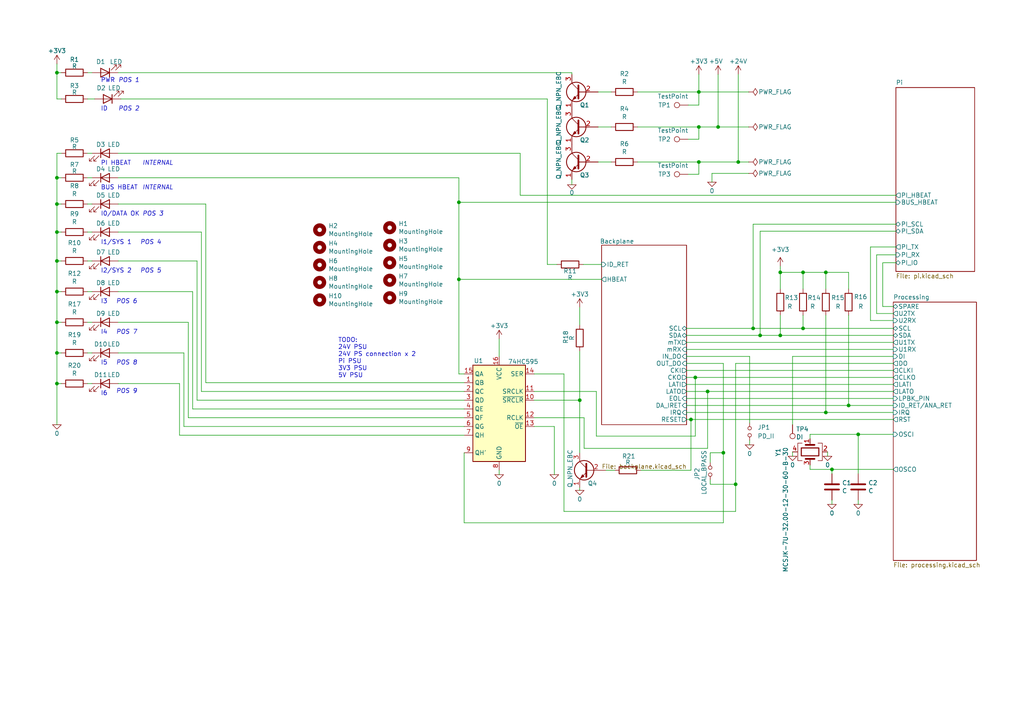
<source format=kicad_sch>
(kicad_sch (version 20211123) (generator eeschema)
  (paper "A4")
  (lib_symbols
    (symbol "74xx:74HC595"
      (property "Reference" "U" (at -7.62 13.97 0))
      (property "Value" "74HC595" (at -7.62 -16.51 0))
      (symbol "74HC595_1_0"
        (pin tri_state line (at 10.16 7.62 180) (length 2.54) (name "QB") (number "1"))
        (pin input line (at -10.16 2.54 0) (length 2.54) (name "~{SRCLR}") (number "10"))
        (pin input line (at -10.16 5.08 0) (length 2.54) (name "SRCLK") (number "11"))
        (pin input line (at -10.16 -2.54 0) (length 2.54) (name "RCLK") (number "12"))
        (pin input line (at -10.16 -5.08 0) (length 2.54) (name "~{OE}") (number "13"))
        (pin input line (at -10.16 10.16 0) (length 2.54) (name "SER") (number "14"))
        (pin tri_state line (at 10.16 10.16 180) (length 2.54) (name "QA") (number "15"))
        (pin power_in line (at 0 15.24 270) (length 2.54) (name "VCC") (number "16"))
        (pin tri_state line (at 10.16 5.08 180) (length 2.54) (name "QC") (number "2"))
        (pin tri_state line (at 10.16 2.54 180) (length 2.54) (name "QD") (number "3"))
        (pin tri_state line (at 10.16 0 180) (length 2.54) (name "QE") (number "4"))
        (pin tri_state line (at 10.16 -2.54 180) (length 2.54) (name "QF") (number "5"))
        (pin tri_state line (at 10.16 -5.08 180) (length 2.54) (name "QG") (number "6"))
        (pin tri_state line (at 10.16 -7.62 180) (length 2.54) (name "QH") (number "7"))
        (pin power_in line (at 0 -17.78 90) (length 2.54) (name "GND") (number "8"))
        (pin output line (at 10.16 -12.7 180) (length 2.54) (name "QH'") (number "9"))
      )
      (symbol "74HC595_1_1"
        (rectangle (start -7.62 12.7) (end 7.62 -15.24) (stroke (width 0.254)) (fill (type background)))
      )
    )
    (symbol "Connector:TestPoint" (pin_numbers hide) (pin_names (offset 0.762) hide)
      (property "Reference" "TP" (at 0 6.858 0))
      (property "Value" "TestPoint" (at 0 5.08 0))
      (symbol "TestPoint_0_1"
        (circle (center 0 3.302) (radius 0.762))
      )
      (symbol "TestPoint_1_1"
        (pin passive line (at 0 0 90) (length 2.54) (name "1") (number "1"))
      )
    )
    (symbol "Device:C" (pin_numbers hide) (pin_names (offset 0.254))
      (property "Reference" "C" (at 0.635 2.54 0))
      (property "Value" "C" (at 0.635 -2.54 0))
      (symbol "C_0_1"
        (polyline (pts (xy -2.032 -0.762) (xy 2.032 -0.762)) (stroke (width 0.508)))
        (polyline (pts (xy -2.032 0.762) (xy 2.032 0.762)) (stroke (width 0.508)))
      )
      (symbol "C_1_1"
        (pin passive line (at 0 3.81 270) (length 2.794) (name "~") (number "1"))
        (pin passive line (at 0 -3.81 90) (length 2.794) (name "~") (number "2"))
      )
    )
    (symbol "Device:Crystal_GND24" (pin_names (offset 1.016) hide)
      (property "Reference" "Y" (at 3.175 5.08 0))
      (property "Value" "Crystal_GND24" (at 3.175 3.175 0))
      (symbol "Crystal_GND24_0_1"
        (rectangle (start -1.143 2.54) (end 1.143 -2.54) (stroke (width 0.3048)))
        (polyline (pts (xy -2.54 0) (xy -2.032 0)))
        (polyline (pts (xy -2.032 -1.27) (xy -2.032 1.27)) (stroke (width 0.508)))
        (polyline (pts (xy 0 -3.81) (xy 0 -3.556)))
        (polyline (pts (xy 0 3.556) (xy 0 3.81)))
        (polyline (pts (xy 2.032 -1.27) (xy 2.032 1.27)) (stroke (width 0.508)))
        (polyline (pts (xy 2.032 0) (xy 2.54 0)))
        (polyline (pts (xy -2.54 -2.286) (xy -2.54 -3.556) (xy 2.54 -3.556) (xy 2.54 -2.286)))
        (polyline (pts (xy -2.54 2.286) (xy -2.54 3.556) (xy 2.54 3.556) (xy 2.54 2.286)))
      )
      (symbol "Crystal_GND24_1_1"
        (pin passive line (at -3.81 0 0) (length 1.27) (name "1") (number "1"))
        (pin passive line (at 0 5.08 270) (length 1.27) (name "2") (number "2"))
        (pin passive line (at 3.81 0 180) (length 1.27) (name "3") (number "3"))
        (pin passive line (at 0 -5.08 90) (length 1.27) (name "4") (number "4"))
      )
    )
    (symbol "Device:Jumper_NO_Small" (pin_numbers hide) (pin_names (offset 0.762) hide)
      (property "Reference" "JP" (at 0 2.032 0))
      (property "Value" "Jumper_NO_Small" (at 0.254 -1.524 0))
      (symbol "Jumper_NO_Small_0_1"
        (circle (center -1.016 0) (radius 0.508))
        (circle (center 1.016 0) (radius 0.508))
        (pin passive line (at -2.54 0 0) (length 1.016) (name "1") (number "1"))
        (pin passive line (at 2.54 0 180) (length 1.016) (name "2") (number "2"))
      )
    )
    (symbol "Device:LED" (pin_numbers hide) (pin_names (offset 1.016) hide)
      (property "Reference" "D" (at 0 2.54 0))
      (property "Value" "LED" (at 0 -2.54 0))
      (symbol "LED_0_1"
        (polyline (pts (xy -1.27 -1.27) (xy -1.27 1.27)) (stroke (width 0.254)))
        (polyline (pts (xy -1.27 0) (xy 1.27 0)))
        (polyline (pts (xy 1.27 -1.27) (xy 1.27 1.27) (xy -1.27 0) (xy 1.27 -1.27)) (stroke (width 0.254)))
        (polyline (pts (xy -3.048 -0.762) (xy -4.572 -2.286) (xy -3.81 -2.286) (xy -4.572 -2.286) (xy -4.572 -1.524)))
        (polyline (pts (xy -1.778 -0.762) (xy -3.302 -2.286) (xy -2.54 -2.286) (xy -3.302 -2.286) (xy -3.302 -1.524)))
      )
      (symbol "LED_1_1"
        (pin passive line (at -3.81 0 0) (length 2.54) (name "K") (number "1"))
        (pin passive line (at 3.81 0 180) (length 2.54) (name "A") (number "2"))
      )
    )
    (symbol "Device:Q_NPN_EBC" (pin_names (offset 0) hide)
      (property "Reference" "Q" (at 5.08 1.27 0))
      (property "Value" "Q_NPN_EBC" (at 5.08 -1.27 0))
      (symbol "Q_NPN_EBC_0_1"
        (polyline (pts (xy 0.635 0.635) (xy 2.54 2.54)))
        (polyline (pts (xy 0.635 -0.635) (xy 2.54 -2.54) (xy 2.54 -2.54)))
        (polyline (pts (xy 0.635 1.905) (xy 0.635 -1.905) (xy 0.635 -1.905)) (stroke (width 0.508)))
        (polyline (pts (xy 1.27 -1.778) (xy 1.778 -1.27) (xy 2.286 -2.286) (xy 1.27 -1.778) (xy 1.27 -1.778)) (fill (type outline)))
        (circle (center 1.27 0) (radius 2.8194) (stroke (width 0.254)))
      )
      (symbol "Q_NPN_EBC_1_1"
        (pin passive line (at 2.54 -5.08 90) (length 2.54) (name "E") (number "1"))
        (pin passive line (at -5.08 0 0) (length 5.715) (name "B") (number "2"))
        (pin passive line (at 2.54 5.08 270) (length 2.54) (name "C") (number "3"))
      )
    )
    (symbol "Device:R" (pin_numbers hide) (pin_names (offset 0))
      (property "Reference" "R" (at 2.032 0 90))
      (property "Value" "R" (at 0 0 90))
      (symbol "R_0_1"
        (rectangle (start -1.016 -2.54) (end 1.016 2.54) (stroke (width 0.254)))
      )
      (symbol "R_1_1"
        (pin passive line (at 0 3.81 270) (length 1.27) (name "~") (number "1"))
        (pin passive line (at 0 -3.81 90) (length 1.27) (name "~") (number "2"))
      )
    )
    (symbol "Mechanical:MountingHole" (pin_names (offset 1.016))
      (property "Reference" "H" (at 0 5.08 0))
      (property "Value" "MountingHole" (at 0 3.175 0))
      (symbol "MountingHole_0_1"
        (circle (center 0 0) (radius 1.27) (stroke (width 1.27)))
      )
    )
    (symbol "power:+24V" (power) (pin_names (offset 0))
      (property "Value" "+24V" (at 0 3.556 0))
      (symbol "+24V_0_1"
        (polyline (pts (xy -0.762 1.27) (xy 0 2.54)))
        (polyline (pts (xy 0 0) (xy 0 2.54)))
        (polyline (pts (xy 0 2.54) (xy 0.762 1.27)))
      )
      (symbol "+24V_1_1"
        (pin power_in line (at 0 0 90) (length 0) hide (name "+24V") (number "1"))
      )
    )
    (symbol "power:+3V3" (power) (pin_names (offset 0))
      (property "Value" "+3V3" (at 0 3.556 0))
      (symbol "+3V3_0_1"
        (polyline (pts (xy -0.762 1.27) (xy 0 2.54)))
        (polyline (pts (xy 0 0) (xy 0 2.54)))
        (polyline (pts (xy 0 2.54) (xy 0.762 1.27)))
      )
      (symbol "+3V3_1_1"
        (pin power_in line (at 0 0 90) (length 0) hide (name "+3V3") (number "1"))
      )
    )
    (symbol "power:+5V" (power) (pin_names (offset 0))
      (property "Value" "+5V" (at 0 3.556 0))
      (symbol "+5V_0_1"
        (polyline (pts (xy -0.762 1.27) (xy 0 2.54)))
        (polyline (pts (xy 0 0) (xy 0 2.54)))
        (polyline (pts (xy 0 2.54) (xy 0.762 1.27)))
      )
      (symbol "+5V_1_1"
        (pin power_in line (at 0 0 90) (length 0) hide (name "+5V") (number "1"))
      )
    )
    (symbol "power:PWR_FLAG" (power) (pin_numbers hide) (pin_names (offset 0) hide)
      (property "Value" "PWR_FLAG" (at 0 3.81 0))
      (symbol "PWR_FLAG_0_0"
        (pin power_out line (at 0 0 90) (length 0) (name "pwr") (number "1"))
      )
      (symbol "PWR_FLAG_0_1"
        (polyline (pts (xy 0 0) (xy 0 1.27) (xy -1.016 1.905) (xy 0 2.54) (xy 1.016 1.905) (xy 0 1.27)))
      )
    )
    (symbol "pspice:0" (power) (pin_names (offset 0))
      (property "Value" "0" (at 0 -1.778 0))
      (symbol "0_0_1"
        (polyline (pts (xy -1.27 0) (xy 0 -1.27) (xy 1.27 0) (xy -1.27 0)))
      )
      (symbol "0_1_1"
        (pin power_in line (at 0 0 0) (length 0) hide (name "0") (number "1"))
      )
    )
  )
  (junction (at 246.126 117.602))
  (junction (at 16.51 21.082))
  (junction (at 232.918 95.25))
  (junction (at 202.692 46.99))
  (junction (at 202.692 26.67))
  (junction (at 16.51 111.252))
  (junction (at 16.51 84.582))
  (junction (at 16.51 59.182))
  (junction (at 218.44 95.25))
  (junction (at 214.122 46.99))
  (junction (at 205.232 113.538))
  (junction (at 16.51 67.31))
  (junction (at 226.314 78.994))
  (junction (at 239.522 78.994))
  (junction (at 133.096 81.026))
  (junction (at 16.51 93.472))
  (junction (at 248.92 125.984))
  (junction (at 16.51 75.692))
  (junction (at 213.36 140.462))
  (junction (at 241.3 136.144))
  (junction (at 201.676 109.474))
  (junction (at 133.096 58.674))
  (junction (at 232.918 78.994))
  (junction (at 202.692 36.83))
  (junction (at 16.51 102.362))
  (junction (at 239.522 119.634))
  (junction (at 16.51 51.562))
  (junction (at 208.28 36.83))
  (junction (at 200.406 121.666))
  (junction (at 168.148 116.078))
  (junction (at 220.472 97.282))
  (junction (at 209.804 131.318))
  (junction (at 226.314 97.282))
  (wire (pts (xy 26.67 21.082) (xy 25.4 21.082)))
  (wire (pts (xy 213.36 105.41) (xy 259.08 105.41)))
  (wire (pts (xy 199.644 40.386) (xy 202.692 40.386)))
  (wire (pts (xy 259.08 92.964) (xy 252.476 92.964)))
  (wire (pts (xy 254.254 90.932) (xy 254.254 73.914)))
  (wire (pts (xy 246.126 91.44) (xy 246.126 117.602)))
  (wire (pts (xy 239.522 78.994) (xy 232.918 78.994)))
  (wire (pts (xy 199.136 117.602) (xy 246.126 117.602)))
  (wire (pts (xy 259.08 103.378) (xy 229.87 103.378)))
  (wire (pts (xy 234.95 127.254) (xy 234.95 125.984)))
  (wire (pts (xy 201.676 126.492) (xy 201.676 109.474)))
  (wire (pts (xy 199.136 119.634) (xy 239.522 119.634)))
  (wire (pts (xy 16.51 93.472) (xy 16.51 102.362)))
  (wire (pts (xy 246.126 83.82) (xy 246.126 78.994)))
  (wire (pts (xy 234.95 134.874) (xy 234.95 136.144)))
  (wire (pts (xy 199.136 105.41) (xy 209.804 105.41)))
  (wire (pts (xy 199.136 109.474) (xy 201.676 109.474)))
  (wire (pts (xy 239.522 83.82) (xy 239.522 78.994)))
  (wire (pts (xy 59.69 110.998) (xy 59.69 59.182)))
  (wire (pts (xy 133.096 58.674) (xy 133.096 51.562)))
  (wire (pts (xy 133.096 81.026) (xy 174.498 81.026)))
  (wire (pts (xy 35.052 28.702) (xy 158.75 28.702)))
  (wire (pts (xy 34.29 51.562) (xy 133.096 51.562)))
  (wire (pts (xy 34.29 93.472) (xy 54.61 93.472)))
  (wire (pts (xy 169.418 130.048) (xy 205.232 130.048)))
  (wire (pts (xy 240.03 132.334) (xy 240.03 131.064)))
  (wire (pts (xy 158.75 28.702) (xy 158.75 76.708)))
  (wire (pts (xy 184.912 36.83) (xy 202.692 36.83)))
  (wire (pts (xy 199.136 103.378) (xy 217.424 103.378)))
  (wire (pts (xy 26.67 93.472) (xy 25.4 93.472)))
  (wire (pts (xy 226.314 97.282) (xy 259.08 97.282)))
  (wire (pts (xy 17.78 75.692) (xy 16.51 75.692)))
  (wire (pts (xy 209.804 105.41) (xy 209.804 131.318)))
  (wire (pts (xy 172.974 113.538) (xy 172.974 126.492)))
  (wire (pts (xy 133.096 58.674) (xy 133.096 81.026)))
  (wire (pts (xy 241.3 146.304) (xy 241.3 145.034)))
  (wire (pts (xy 57.15 116.078) (xy 57.15 75.692)))
  (wire (pts (xy 168.148 101.854) (xy 168.148 116.078)))
  (wire (pts (xy 134.62 110.998) (xy 59.69 110.998)))
  (wire (pts (xy 26.67 111.252) (xy 25.4 111.252)))
  (wire (pts (xy 232.918 78.994) (xy 226.314 78.994)))
  (wire (pts (xy 213.36 105.41) (xy 213.36 140.462)))
  (wire (pts (xy 206.502 50.292) (xy 217.17 50.292)))
  (wire (pts (xy 34.29 84.582) (xy 55.88 84.582)))
  (wire (pts (xy 16.51 18.542) (xy 16.51 21.082)))
  (wire (pts (xy 239.522 91.44) (xy 239.522 119.634)))
  (wire (pts (xy 17.78 84.582) (xy 16.51 84.582)))
  (wire (pts (xy 184.912 46.99) (xy 202.692 46.99)))
  (wire (pts (xy 205.994 134.112) (xy 205.994 131.318)))
  (wire (pts (xy 185.928 136.398) (xy 200.406 136.398)))
  (wire (pts (xy 259.08 113.538) (xy 205.232 113.538)))
  (wire (pts (xy 144.78 98.298) (xy 144.78 103.378)))
  (wire (pts (xy 220.472 67.056) (xy 220.472 97.282)))
  (wire (pts (xy 17.78 21.082) (xy 16.51 21.082)))
  (wire (pts (xy 202.692 21.59) (xy 202.692 26.67)))
  (wire (pts (xy 199.644 30.48) (xy 202.692 30.48)))
  (wire (pts (xy 213.36 140.462) (xy 213.36 148.336)))
  (wire (pts (xy 16.51 59.182) (xy 16.51 51.562)))
  (wire (pts (xy 214.122 21.59) (xy 214.122 46.99)))
  (wire (pts (xy 154.94 113.538) (xy 172.974 113.538)))
  (wire (pts (xy 234.95 125.984) (xy 248.92 125.984)))
  (wire (pts (xy 16.51 21.082) (xy 16.51 28.702)))
  (wire (pts (xy 199.136 111.506) (xy 259.08 111.506)))
  (wire (pts (xy 175.768 136.398) (xy 178.308 136.398)))
  (wire (pts (xy 173.482 36.83) (xy 177.292 36.83)))
  (wire (pts (xy 17.78 44.45) (xy 16.51 44.45)))
  (wire (pts (xy 16.51 75.692) (xy 16.51 84.582)))
  (wire (pts (xy 163.576 108.458) (xy 163.576 148.336)))
  (wire (pts (xy 165.862 53.594) (xy 165.862 52.07)))
  (wire (pts (xy 199.136 107.442) (xy 259.08 107.442)))
  (wire (pts (xy 248.92 125.984) (xy 259.08 125.984)))
  (wire (pts (xy 259.08 88.9) (xy 256.032 88.9)))
  (wire (pts (xy 213.36 148.336) (xy 163.576 148.336)))
  (wire (pts (xy 232.918 91.44) (xy 232.918 95.25)))
  (wire (pts (xy 205.994 140.462) (xy 205.994 139.192)))
  (wire (pts (xy 259.842 67.056) (xy 220.472 67.056)))
  (wire (pts (xy 248.92 125.984) (xy 248.92 137.414)))
  (wire (pts (xy 160.782 137.668) (xy 160.782 123.698)))
  (wire (pts (xy 58.42 67.31) (xy 58.42 113.538)))
  (wire (pts (xy 241.3 136.144) (xy 241.3 137.414)))
  (wire (pts (xy 202.692 30.48) (xy 202.692 26.67)))
  (wire (pts (xy 17.78 93.472) (xy 16.51 93.472)))
  (wire (pts (xy 17.78 67.31) (xy 16.51 67.31)))
  (wire (pts (xy 241.3 136.144) (xy 259.08 136.144)))
  (wire (pts (xy 199.136 113.538) (xy 205.232 113.538)))
  (wire (pts (xy 226.314 78.994) (xy 226.314 83.82)))
  (wire (pts (xy 184.912 26.67) (xy 202.692 26.67)))
  (wire (pts (xy 150.876 44.45) (xy 150.876 56.642)))
  (wire (pts (xy 202.692 40.386) (xy 202.692 36.83)))
  (wire (pts (xy 199.136 115.57) (xy 259.08 115.57)))
  (wire (pts (xy 200.406 121.666) (xy 259.08 121.666)))
  (wire (pts (xy 58.42 113.538) (xy 134.62 113.538)))
  (wire (pts (xy 199.644 50.546) (xy 202.692 50.546)))
  (wire (pts (xy 252.476 71.628) (xy 259.842 71.628)))
  (wire (pts (xy 26.67 67.31) (xy 25.4 67.31)))
  (wire (pts (xy 158.75 76.708) (xy 161.544 76.708)))
  (wire (pts (xy 27.432 28.702) (xy 25.4 28.702)))
  (wire (pts (xy 173.482 26.67) (xy 177.292 26.67)))
  (wire (pts (xy 226.314 77.216) (xy 226.314 78.994)))
  (wire (pts (xy 199.136 99.314) (xy 259.08 99.314)))
  (wire (pts (xy 34.29 59.182) (xy 59.69 59.182)))
  (wire (pts (xy 34.29 102.362) (xy 53.34 102.362)))
  (wire (pts (xy 16.51 59.182) (xy 16.51 67.31)))
  (wire (pts (xy 34.29 44.45) (xy 150.876 44.45)))
  (wire (pts (xy 52.07 111.252) (xy 52.07 126.238)))
  (wire (pts (xy 26.67 59.182) (xy 25.4 59.182)))
  (wire (pts (xy 16.51 51.562) (xy 17.78 51.562)))
  (wire (pts (xy 168.148 89.154) (xy 168.148 94.234)))
  (wire (pts (xy 17.78 28.702) (xy 16.51 28.702)))
  (wire (pts (xy 248.92 146.304) (xy 248.92 145.034)))
  (wire (pts (xy 133.096 58.674) (xy 259.842 58.674)))
  (wire (pts (xy 52.07 126.238) (xy 134.62 126.238)))
  (wire (pts (xy 239.522 119.634) (xy 259.08 119.634)))
  (wire (pts (xy 16.51 102.362) (xy 16.51 111.252)))
  (wire (pts (xy 202.692 46.99) (xy 214.122 46.99)))
  (wire (pts (xy 206.502 50.292) (xy 206.502 52.832)))
  (wire (pts (xy 160.782 123.698) (xy 154.94 123.698)))
  (wire (pts (xy 234.95 136.144) (xy 241.3 136.144)))
  (wire (pts (xy 53.34 123.698) (xy 134.62 123.698)))
  (wire (pts (xy 16.51 44.45) (xy 16.51 51.562)))
  (wire (pts (xy 256.032 88.9) (xy 256.032 76.2)))
  (wire (pts (xy 209.804 131.318) (xy 209.804 151.638)))
  (wire (pts (xy 16.51 67.31) (xy 16.51 75.692)))
  (wire (pts (xy 202.692 26.67) (xy 217.17 26.67)))
  (wire (pts (xy 217.424 103.378) (xy 217.424 122.682)))
  (wire (pts (xy 229.87 132.334) (xy 229.87 131.064)))
  (wire (pts (xy 154.94 108.458) (xy 163.576 108.458)))
  (wire (pts (xy 254.254 73.914) (xy 259.842 73.914)))
  (wire (pts (xy 26.67 44.45) (xy 25.4 44.45)))
  (wire (pts (xy 226.314 91.44) (xy 226.314 97.282)))
  (wire (pts (xy 214.122 46.99) (xy 217.17 46.99)))
  (wire (pts (xy 53.34 123.698) (xy 53.34 102.362)))
  (wire (pts (xy 34.29 111.252) (xy 52.07 111.252)))
  (wire (pts (xy 256.032 76.2) (xy 259.842 76.2)))
  (wire (pts (xy 26.67 51.562) (xy 25.4 51.562)))
  (wire (pts (xy 208.28 21.59) (xy 208.28 36.83)))
  (wire (pts (xy 34.29 75.692) (xy 57.15 75.692)))
  (wire (pts (xy 252.476 92.964) (xy 252.476 71.628)))
  (wire (pts (xy 199.136 97.282) (xy 220.472 97.282)))
  (wire (pts (xy 218.44 65.024) (xy 218.44 95.25)))
  (wire (pts (xy 259.842 65.024) (xy 218.44 65.024)))
  (wire (pts (xy 208.28 36.83) (xy 217.17 36.83)))
  (wire (pts (xy 54.61 93.472) (xy 54.61 121.158)))
  (wire (pts (xy 218.44 95.25) (xy 232.918 95.25)))
  (wire (pts (xy 169.164 76.708) (xy 174.498 76.708)))
  (wire (pts (xy 34.29 67.31) (xy 58.42 67.31)))
  (wire (pts (xy 17.78 111.252) (xy 16.51 111.252)))
  (wire (pts (xy 154.94 121.158) (xy 169.418 121.158)))
  (wire (pts (xy 169.418 121.158) (xy 169.418 130.048)))
  (wire (pts (xy 246.126 117.602) (xy 259.08 117.602)))
  (wire (pts (xy 232.918 95.25) (xy 259.08 95.25)))
  (wire (pts (xy 172.974 126.492) (xy 201.676 126.492)))
  (wire (pts (xy 199.136 95.25) (xy 218.44 95.25)))
  (wire (pts (xy 55.88 118.618) (xy 134.62 118.618)))
  (wire (pts (xy 168.148 131.318) (xy 168.148 116.078)))
  (wire (pts (xy 229.87 103.378) (xy 229.87 123.19)))
  (wire (pts (xy 168.148 142.24) (xy 168.148 141.478)))
  (wire (pts (xy 202.692 36.83) (xy 208.28 36.83)))
  (wire (pts (xy 165.862 21.082) (xy 165.862 21.59)))
  (wire (pts (xy 220.472 97.282) (xy 226.314 97.282)))
  (wire (pts (xy 177.292 46.99) (xy 173.482 46.99)))
  (wire (pts (xy 259.08 90.932) (xy 254.254 90.932)))
  (wire (pts (xy 144.78 137.668) (xy 144.78 136.398)))
  (wire (pts (xy 199.136 101.346) (xy 259.08 101.346)))
  (wire (pts (xy 26.67 84.582) (xy 25.4 84.582)))
  (wire (pts (xy 217.424 129.032) (xy 217.424 127.762)))
  (wire (pts (xy 16.51 111.252) (xy 16.51 123.19)))
  (wire (pts (xy 232.918 83.82) (xy 232.918 78.994)))
  (wire (pts (xy 259.08 109.474) (xy 201.676 109.474)))
  (wire (pts (xy 209.804 151.638) (xy 134.62 151.638)))
  (wire (pts (xy 134.62 108.458) (xy 133.096 108.458)))
  (wire (pts (xy 200.406 121.666) (xy 200.406 136.398)))
  (wire (pts (xy 34.29 21.082) (xy 165.862 21.082)))
  (wire (pts (xy 205.994 131.318) (xy 209.804 131.318)))
  (wire (pts (xy 134.62 131.318) (xy 134.62 151.638)))
  (wire (pts (xy 26.67 75.692) (xy 25.4 75.692)))
  (wire (pts (xy 133.096 81.026) (xy 133.096 108.458)))
  (wire (pts (xy 55.88 118.618) (xy 55.88 84.582)))
  (wire (pts (xy 168.148 116.078) (xy 154.94 116.078)))
  (wire (pts (xy 259.842 56.642) (xy 150.876 56.642)))
  (wire (pts (xy 54.61 121.158) (xy 134.62 121.158)))
  (wire (pts (xy 26.67 102.362) (xy 25.4 102.362)))
  (wire (pts (xy 57.15 116.078) (xy 134.62 116.078)))
  (wire (pts (xy 205.232 113.538) (xy 205.232 130.048)))
  (wire (pts (xy 17.78 59.182) (xy 16.51 59.182)))
  (wire (pts (xy 17.78 102.362) (xy 16.51 102.362)))
  (wire (pts (xy 213.36 140.462) (xy 205.994 140.462)))
  (wire (pts (xy 202.692 50.546) (xy 202.692 46.99)))
  (wire (pts (xy 199.136 121.666) (xy 200.406 121.666)))
  (wire (pts (xy 16.51 84.582) (xy 16.51 93.472)))
  (wire (pts (xy 246.126 78.994) (xy 239.522 78.994)))
  (text "POS 5" (at 40.64 79.375 0) (effects (font (size 1.27 1.27) italic) (justify left bottom)))
  (text "POS 6" (at 33.655 88.265 0) (effects (font (size 1.27 1.27) italic) (justify left bottom)))
  (text "POS 8" (at 33.655 106.045 0) (effects (font (size 1.27 1.27) italic) (justify left bottom)))
  (text "I3" (at 29.21 88.265 0) (effects (font (size 1.27 1.27)) (justify left bottom)))
  (text "I1/SYS 1" (at 29.21 71.12 0) (effects (font (size 1.27 1.27)) (justify left bottom)))
  (text "INTERNAL" (at 41.275 48.133 0) (effects (font (size 1.27 1.27) italic) (justify left bottom)))
  (text "TODO:\n24V PSU\n24V PS connection x 2\nPi PSU\n3V3 PSU\n5V PSU" (at 98.044 109.728 0) (effects (font (size 1.27 1.27)) (justify left bottom)))
  (text "I2/SYS 2" (at 29.21 79.375 0) (effects (font (size 1.27 1.27)) (justify left bottom)))
  (text "POS 3" (at 41.275 62.865 0) (effects (font (size 1.27 1.27) italic) (justify left bottom)))
  (text "I5" (at 29.21 106.045 0) (effects (font (size 1.27 1.27)) (justify left bottom)))
  (text "POS 2" (at 34.29 32.385 0) (effects (font (size 1.27 1.27) italic) (justify left bottom)))
  (text "INTERNAL" (at 41.275 55.245 0) (effects (font (size 1.27 1.27) italic) (justify left bottom)))
  (text "POS 9" (at 33.655 114.3 0) (effects (font (size 1.27 1.27) italic) (justify left bottom)))
  (text "I0/DATA OK" (at 29.21 62.865 0) (effects (font (size 1.27 1.27)) (justify left bottom)))
  (text "PWR" (at 29.21 24.13 0) (effects (font (size 1.27 1.27)) (justify left bottom)))
  (text "POS 1" (at 34.29 24.13 0) (effects (font (size 1.27 1.27) italic) (justify left bottom)))
  (text "ID" (at 29.21 32.385 0) (effects (font (size 1.27 1.27)) (justify left bottom)))
  (text "BUS HBEAT" (at 29.21 55.245 0) (effects (font (size 1.27 1.27)) (justify left bottom)))
  (text "PI HBEAT" (at 29.21 48.133 0) (effects (font (size 1.27 1.27)) (justify left bottom)))
  (text "I6" (at 29.21 114.935 0) (effects (font (size 1.27 1.27)) (justify left bottom)))
  (text "POS 4" (at 40.64 71.12 0) (effects (font (size 1.27 1.27) italic) (justify left bottom)))
  (text "I4" (at 29.21 97.155 0) (effects (font (size 1.27 1.27)) (justify left bottom)))
  (text "POS 7" (at 33.655 97.155 0) (effects (font (size 1.27 1.27) italic) (justify left bottom)))
  (symbol (lib_id "Connector:TestPoint") (at 199.644 40.386 90) (unit 1)
    (property "Reference" "TP2" (at 194.564 40.386 90) (effects (justify left)))
    (property "Value" "TestPoint" (at 199.644 37.846 90) (effects (justify left)))
    (property "Footprint" "TestPoint:TestPoint_Pad_D2.0mm" (effects hide))
  )
  (symbol (lib_id "Connector:TestPoint") (at 199.644 30.48 90) (unit 1)
    (property "Reference" "TP1" (at 194.564 30.48 90) (effects (justify left)))
    (property "Value" "TestPoint" (at 199.644 27.94 90) (effects (justify left)))
    (property "Footprint" "TestPoint:TestPoint_Pad_D2.0mm" (effects hide))
  )
  (symbol (lib_id "Device:R") (at 165.354 76.708 270) (unit 1)
    (property "Reference" "R11" (at 165.354 78.613 90))
    (property "Value" "R" (at 165.354 80.518 90))
    (property "Footprint" "Resistor_SMD:R_0805_2012Metric_Pad1.20x1.40mm_HandSolder" (effects hide))
  )
  (symbol (lib_id "Mechanical:MountingHole") (at 92.71 66.675 0) (unit 1)
    (property "Reference" "H2" (at 95.25 65.5066 0) (effects (justify left)))
    (property "Value" "MountingHole" (at 95.25 67.818 0) (effects (justify left)))
    (property "Footprint" "MountingHole:MountingHole_2.5mm" (effects hide))
  )
  (symbol (lib_id "Mechanical:MountingHole") (at 92.71 71.755 0) (unit 1)
    (property "Reference" "H4" (at 95.25 70.5866 0) (effects (justify left)))
    (property "Value" "MountingHole" (at 95.25 72.898 0) (effects (justify left)))
    (property "Footprint" "MountingHole:MountingHole_2.5mm" (effects hide))
  )
  (symbol (lib_id "Mechanical:MountingHole") (at 92.71 76.835 0) (unit 1)
    (property "Reference" "H6" (at 95.25 75.6666 0) (effects (justify left)))
    (property "Value" "MountingHole" (at 95.25 77.978 0) (effects (justify left)))
    (property "Footprint" "MountingHole:MountingHole_2.5mm" (effects hide))
  )
  (symbol (lib_id "Mechanical:MountingHole") (at 92.71 81.915 0) (unit 1)
    (property "Reference" "H8" (at 95.25 80.7466 0) (effects (justify left)))
    (property "Value" "MountingHole" (at 95.25 83.058 0) (effects (justify left)))
    (property "Footprint" "MountingHole:MountingHole_2.5mm" (effects hide))
  )
  (symbol (lib_id "Mechanical:MountingHole") (at 92.71 86.995 0) (unit 1)
    (property "Reference" "H10" (at 95.25 85.8266 0) (effects (justify left)))
    (property "Value" "MountingHole" (at 95.25 88.138 0) (effects (justify left)))
    (property "Footprint" "MountingHole:MountingHole_2.5mm" (effects hide))
  )
  (symbol (lib_id "Mechanical:MountingHole") (at 113.03 66.04 0) (unit 1)
    (property "Reference" "H1" (at 115.57 64.8716 0) (effects (justify left)))
    (property "Value" "MountingHole" (at 115.57 67.183 0) (effects (justify left)))
    (property "Footprint" "MountingHole:MountingHole_2.5mm" (effects hide))
  )
  (symbol (lib_id "Mechanical:MountingHole") (at 113.03 71.12 0) (unit 1)
    (property "Reference" "H3" (at 115.57 69.9516 0) (effects (justify left)))
    (property "Value" "MountingHole" (at 115.57 72.263 0) (effects (justify left)))
    (property "Footprint" "MountingHole:MountingHole_2.5mm" (effects hide))
  )
  (symbol (lib_id "Mechanical:MountingHole") (at 113.03 76.2 0) (unit 1)
    (property "Reference" "H5" (at 115.57 75.0316 0) (effects (justify left)))
    (property "Value" "MountingHole" (at 115.57 77.343 0) (effects (justify left)))
    (property "Footprint" "MountingHole:MountingHole_2.5mm" (effects hide))
  )
  (symbol (lib_id "Mechanical:MountingHole") (at 113.03 81.28 0) (unit 1)
    (property "Reference" "H7" (at 115.57 80.1116 0) (effects (justify left)))
    (property "Value" "MountingHole" (at 115.57 82.423 0) (effects (justify left)))
    (property "Footprint" "MountingHole:MountingHole_2.5mm" (effects hide))
  )
  (symbol (lib_id "Mechanical:MountingHole") (at 113.03 86.36 0) (unit 1)
    (property "Reference" "H9" (at 115.57 85.1916 0) (effects (justify left)))
    (property "Value" "MountingHole" (at 115.57 87.503 0) (effects (justify left)))
    (property "Footprint" "MountingHole:MountingHole_2.5mm" (effects hide))
  )
  (symbol (lib_id "Device:LED") (at 30.48 51.562 0) (unit 1)
    (property "Reference" "D4" (at 29.21 49.022 0))
    (property "Value" "LED" (at 33.02 49.022 0))
    (property "Footprint" "LED_SMD:LED_0603_1608Metric_Pad1.05x0.95mm_HandSolder" (effects hide))
  )
  (symbol (lib_id "Device:R") (at 21.59 51.562 270) (unit 1)
    (property "Reference" "R7" (at 21.59 47.752 90))
    (property "Value" "R" (at 21.59 49.657 90))
    (property "Footprint" "Resistor_SMD:R_0805_2012Metric_Pad1.20x1.40mm_HandSolder" (effects hide))
  )
  (symbol (lib_id "pspice:0") (at 16.51 123.19 0) (unit 1)
    (property "Reference" "#GND03" (effects hide))
    (property "Value" "0" (at 16.51 125.73 0))
  )
  (symbol (lib_id "Device:C") (at 241.3 141.224 0) (unit 1)
    (property "Reference" "C1" (at 244.221 140.0556 0) (effects (justify left)))
    (property "Value" "C" (at 244.221 142.367 0) (effects (justify left)))
    (property "Footprint" "Capacitor_SMD:C_0805_2012Metric_Pad1.18x1.45mm_HandSolder" (effects hide))
  )
  (symbol (lib_id "Device:C") (at 248.92 141.224 0) (unit 1)
    (property "Reference" "C2" (at 251.841 140.0556 0) (effects (justify left)))
    (property "Value" "C" (at 251.841 142.367 0) (effects (justify left)))
    (property "Footprint" "Capacitor_SMD:C_0805_2012Metric_Pad1.18x1.45mm_HandSolder" (effects hide))
  )
  (symbol (lib_id "pspice:0") (at 241.3 146.304 0) (unit 1)
    (property "Reference" "#GND010" (effects hide))
    (property "Value" "0" (at 241.3 148.844 0))
  )
  (symbol (lib_id "pspice:0") (at 248.92 146.304 0) (unit 1)
    (property "Reference" "#GND011" (effects hide))
    (property "Value" "0" (at 248.92 148.844 0))
  )
  (symbol (lib_id "Device:Q_NPN_EBC") (at 168.402 46.99 0) (mirror y) (unit 1)
    (property "Reference" "Q3" (at 170.942 50.8 0) (effects (justify left)))
    (property "Value" "Q_NPN_EBC" (at 162.052 52.07 90) (effects (justify left)))
    (property "Footprint" "Package_TO_SOT_SMD:SOT-23" (effects hide))
  )
  (symbol (lib_id "power:PWR_FLAG") (at 217.17 26.67 270) (unit 1)
    (property "Reference" "#FLG01" (effects hide))
    (property "Value" "PWR_FLAG" (at 224.79 26.67 90))
  )
  (symbol (lib_id "power:PWR_FLAG") (at 217.17 36.83 270) (unit 1)
    (property "Reference" "#FLG02" (effects hide))
    (property "Value" "PWR_FLAG" (at 224.79 36.83 90))
  )
  (symbol (lib_id "power:PWR_FLAG") (at 217.17 50.292 270) (unit 1)
    (property "Reference" "#FLG04" (effects hide))
    (property "Value" "PWR_FLAG" (at 224.79 50.292 90))
  )
  (symbol (lib_id "pspice:0") (at 206.502 52.832 0) (unit 1)
    (property "Reference" "#GND01" (effects hide))
    (property "Value" "0" (at 206.502 55.372 0))
  )
  (symbol (lib_id "power:+5V") (at 208.28 21.59 0) (unit 1)
    (property "Reference" "#PWR03" (effects hide))
    (property "Value" "+5V" (at 207.645 17.78 0))
  )
  (symbol (lib_id "Device:LED") (at 30.48 21.082 180) (unit 1)
    (property "Reference" "D1" (at 29.21 17.907 0))
    (property "Value" "LED" (at 33.655 17.907 0))
    (property "Footprint" "LED_SMD:LED_0603_1608Metric_Pad1.05x0.95mm_HandSolder" (effects hide))
  )
  (symbol (lib_id "Device:LED") (at 31.242 28.702 180) (unit 1)
    (property "Reference" "D2" (at 29.337 25.527 0))
    (property "Value" "LED" (at 33.147 25.527 0))
    (property "Footprint" "LED_SMD:LED_0603_1608Metric_Pad1.05x0.95mm_HandSolder" (effects hide))
  )
  (symbol (lib_id "Device:LED") (at 30.48 59.182 0) (unit 1)
    (property "Reference" "D5" (at 29.21 56.642 0))
    (property "Value" "LED" (at 33.02 56.642 0))
    (property "Footprint" "LED_SMD:LED_0603_1608Metric_Pad1.05x0.95mm_HandSolder" (effects hide))
  )
  (symbol (lib_id "Device:LED") (at 30.48 67.31 0) (unit 1)
    (property "Reference" "D6" (at 29.21 64.77 0))
    (property "Value" "LED" (at 33.02 64.77 0))
    (property "Footprint" "LED_SMD:LED_0603_1608Metric_Pad1.05x0.95mm_HandSolder" (effects hide))
  )
  (symbol (lib_id "Device:LED") (at 30.48 75.692 0) (unit 1)
    (property "Reference" "D7" (at 29.21 73.152 0))
    (property "Value" "LED" (at 33.02 73.152 0))
    (property "Footprint" "LED_SMD:LED_0603_1608Metric_Pad1.05x0.95mm_HandSolder" (effects hide))
  )
  (symbol (lib_id "Device:LED") (at 30.48 84.582 0) (unit 1)
    (property "Reference" "D8" (at 29.21 82.042 0))
    (property "Value" "LED" (at 33.02 82.042 0))
    (property "Footprint" "LED_SMD:LED_0603_1608Metric_Pad1.05x0.95mm_HandSolder" (effects hide))
  )
  (symbol (lib_id "Device:LED") (at 30.48 93.472 0) (unit 1)
    (property "Reference" "D9" (at 29.21 90.932 0))
    (property "Value" "LED" (at 33.02 90.932 0))
    (property "Footprint" "LED_SMD:LED_0603_1608Metric_Pad1.05x0.95mm_HandSolder" (effects hide))
  )
  (symbol (lib_id "Device:LED") (at 30.48 102.362 0) (unit 1)
    (property "Reference" "D10" (at 29.21 99.822 0))
    (property "Value" "LED" (at 33.02 99.822 0))
    (property "Footprint" "LED_SMD:LED_0603_1608Metric_Pad1.05x0.95mm_HandSolder" (effects hide))
  )
  (symbol (lib_id "Device:LED") (at 30.48 111.252 0) (unit 1)
    (property "Reference" "D11" (at 29.21 108.712 0))
    (property "Value" "LED" (at 33.02 108.712 0))
    (property "Footprint" "LED_SMD:LED_0603_1608Metric_Pad1.05x0.95mm_HandSolder" (effects hide))
  )
  (symbol (lib_id "Device:R") (at 21.59 111.252 270) (unit 1)
    (property "Reference" "R20" (at 21.59 105.9942 90))
    (property "Value" "R" (at 21.59 108.3056 90))
    (property "Footprint" "Resistor_SMD:R_0805_2012Metric_Pad1.20x1.40mm_HandSolder" (effects hide))
  )
  (symbol (lib_id "Device:R") (at 21.59 102.362 270) (unit 1)
    (property "Reference" "R19" (at 21.59 97.1042 90))
    (property "Value" "R" (at 21.59 99.4156 90))
    (property "Footprint" "Resistor_SMD:R_0805_2012Metric_Pad1.20x1.40mm_HandSolder" (effects hide))
  )
  (symbol (lib_id "Device:R") (at 21.59 93.472 270) (unit 1)
    (property "Reference" "R17" (at 21.59 88.2142 90))
    (property "Value" "R" (at 21.59 90.5256 90))
    (property "Footprint" "Resistor_SMD:R_0805_2012Metric_Pad1.20x1.40mm_HandSolder" (effects hide))
  )
  (symbol (lib_id "Device:R") (at 21.59 84.582 270) (unit 1)
    (property "Reference" "R12" (at 21.59 79.3242 90))
    (property "Value" "R" (at 21.59 81.6356 90))
    (property "Footprint" "Resistor_SMD:R_0805_2012Metric_Pad1.20x1.40mm_HandSolder" (effects hide))
  )
  (symbol (lib_id "Device:R") (at 21.59 75.692 270) (unit 1)
    (property "Reference" "R10" (at 21.59 70.4342 90))
    (property "Value" "R" (at 21.59 72.7456 90))
    (property "Footprint" "Resistor_SMD:R_0805_2012Metric_Pad1.20x1.40mm_HandSolder" (effects hide))
  )
  (symbol (lib_id "Device:R") (at 21.59 67.31 270) (unit 1)
    (property "Reference" "R9" (at 21.59 62.0522 90))
    (property "Value" "R" (at 21.59 64.3636 90))
    (property "Footprint" "Resistor_SMD:R_0805_2012Metric_Pad1.20x1.40mm_HandSolder" (effects hide))
  )
  (symbol (lib_id "Device:R") (at 21.59 59.182 270) (unit 1)
    (property "Reference" "R8" (at 21.59 53.9242 90))
    (property "Value" "R" (at 21.59 56.2356 90))
    (property "Footprint" "Resistor_SMD:R_0805_2012Metric_Pad1.20x1.40mm_HandSolder" (effects hide))
  )
  (symbol (lib_id "Device:R") (at 21.59 28.702 270) (unit 1)
    (property "Reference" "R3" (at 21.59 24.892 90))
    (property "Value" "R" (at 21.59 26.797 90))
    (property "Footprint" "Resistor_SMD:R_0805_2012Metric_Pad1.20x1.40mm_HandSolder" (effects hide))
  )
  (symbol (lib_id "Device:R") (at 21.59 21.082 270) (unit 1)
    (property "Reference" "R1" (at 21.59 17.272 90))
    (property "Value" "R" (at 21.59 19.177 90))
    (property "Footprint" "Resistor_SMD:R_0805_2012Metric_Pad1.20x1.40mm_HandSolder" (effects hide))
  )
  (symbol (lib_id "Device:Q_NPN_EBC") (at 168.402 26.67 0) (mirror y) (unit 1)
    (property "Reference" "Q1" (at 170.942 30.48 0) (effects (justify left)))
    (property "Value" "Q_NPN_EBC" (at 162.052 31.75 90) (effects (justify left)))
    (property "Footprint" "Package_TO_SOT_SMD:SOT-23" (effects hide))
  )
  (symbol (lib_id "Device:R") (at 181.102 26.67 270) (unit 1)
    (property "Reference" "R2" (at 181.102 21.4122 90))
    (property "Value" "R" (at 181.102 23.7236 90))
    (property "Footprint" "Resistor_SMD:R_0805_2012Metric_Pad1.20x1.40mm_HandSolder" (effects hide))
  )
  (symbol (lib_id "power:+3V3") (at 202.692 21.59 0) (unit 1)
    (property "Reference" "#PWR02" (effects hide))
    (property "Value" "+3V3" (at 202.692 17.78 0))
  )
  (symbol (lib_id "power:+3V3") (at 16.51 18.542 0) (unit 1)
    (property "Reference" "#PWR01" (effects hide))
    (property "Value" "+3V3" (at 16.51 14.732 0))
  )
  (symbol (lib_id "Device:R") (at 181.102 46.99 270) (unit 1)
    (property "Reference" "R6" (at 181.102 41.7322 90))
    (property "Value" "R" (at 181.102 44.0436 90))
    (property "Footprint" "Resistor_SMD:R_0805_2012Metric_Pad1.20x1.40mm_HandSolder" (effects hide))
  )
  (symbol (lib_id "pspice:0") (at 165.862 53.594 0) (unit 1)
    (property "Reference" "#GND02" (effects hide))
    (property "Value" "0" (at 165.862 55.88 0))
  )
  (symbol (lib_id "pspice:0") (at 160.782 137.668 0) (unit 1)
    (property "Reference" "#GND08" (effects hide))
    (property "Value" "0" (at 160.782 140.208 0))
  )
  (symbol (lib_id "power:+24V") (at 214.122 21.59 0) (unit 1)
    (property "Reference" "#PWR04" (effects hide))
    (property "Value" "+24V" (at 214.122 17.78 0))
  )
  (symbol (lib_id "Device:Crystal_GND24") (at 234.95 131.064 270) (unit 1)
    (property "Reference" "Y1" (at 225.679 131.191 0))
    (property "Value" "MCSJK-7U-32.00-12-30-60-B-30" (at 227.838 147.828 0))
    (property "Footprint" "Crystal:Crystal_SMD_3225-4Pin_3.2x2.5mm_HandSoldering" (effects hide))
  )
  (symbol (lib_id "Device:LED") (at 30.48 44.45 0) (unit 1)
    (property "Reference" "D3" (at 29.21 41.91 0))
    (property "Value" "LED" (at 33.02 41.91 0))
    (property "Footprint" "LED_SMD:LED_0603_1608Metric_Pad1.05x0.95mm_HandSolder" (effects hide))
  )
  (symbol (lib_id "pspice:0") (at 144.78 137.668 0) (unit 1)
    (property "Reference" "#GND07" (effects hide))
    (property "Value" "0" (at 144.78 140.208 0))
  )
  (symbol (lib_id "Device:R") (at 232.918 87.63 0) (unit 1)
    (property "Reference" "R14" (at 234.188 86.36 0) (effects (justify left)))
    (property "Value" "R" (at 234.95 88.8999 0) (effects (justify left)))
    (property "Footprint" "Resistor_SMD:R_0805_2012Metric_Pad1.20x1.40mm_HandSolder" (effects hide))
  )
  (symbol (lib_id "Device:R") (at 246.126 87.63 0) (unit 1)
    (property "Reference" "R16" (at 247.65 86.106 0) (effects (justify left)))
    (property "Value" "R" (at 248.92 88.8999 0) (effects (justify left)))
    (property "Footprint" "Resistor_SMD:R_0805_2012Metric_Pad1.20x1.40mm_HandSolder" (effects hide))
  )
  (symbol (lib_id "Device:R") (at 21.59 44.45 270) (unit 1)
    (property "Reference" "R5" (at 21.59 40.64 90))
    (property "Value" "R" (at 21.59 42.545 90))
    (property "Footprint" "Resistor_SMD:R_0805_2012Metric_Pad1.20x1.40mm_HandSolder" (effects hide))
  )
  (symbol (lib_id "power:PWR_FLAG") (at 217.17 46.99 270) (unit 1)
    (property "Reference" "#FLG03" (effects hide))
    (property "Value" "PWR_FLAG" (at 224.79 46.99 90))
  )
  (symbol (lib_id "pspice:0") (at 229.87 132.334 0) (unit 1)
    (property "Reference" "#GND05" (effects hide))
    (property "Value" "0" (at 229.87 134.874 0))
  )
  (symbol (lib_id "Device:Jumper_NO_Small") (at 217.424 125.222 90) (unit 1)
    (property "Reference" "JP1" (at 219.71 123.9519 90) (effects (justify right)))
    (property "Value" "PD_II" (at 219.71 126.4919 90) (effects (justify right)))
    (property "Footprint" "Jumper:SolderJumper-2_P1.3mm_Open_Pad1.0x1.5mm" (effects hide))
  )
  (symbol (lib_id "Device:Q_NPN_EBC") (at 170.688 136.398 0) (mirror y) (unit 1)
    (property "Reference" "Q4" (at 173.228 140.208 0) (effects (justify left)))
    (property "Value" "Q_NPN_EBC" (at 165.354 141.478 90) (effects (justify left)))
    (property "Footprint" "Package_TO_SOT_SMD:SOT-23" (effects hide))
  )
  (symbol (lib_id "Device:R") (at 182.118 136.398 90) (unit 1)
    (property "Reference" "R21" (at 182.372 132.334 90))
    (property "Value" "R" (at 182.118 134.112 90))
    (property "Footprint" "Resistor_SMD:R_0805_2012Metric_Pad1.20x1.40mm_HandSolder" (effects hide))
  )
  (symbol (lib_id "Device:Jumper_NO_Small") (at 205.994 136.652 270) (mirror x) (unit 1)
    (property "Reference" "JP2" (at 202.184 135.636 0) (effects (justify right)))
    (property "Value" "LOCAL_BPASS" (at 204.216 130.556 0) (effects (justify right)))
    (property "Footprint" "Jumper:SolderJumper-2_P1.3mm_Open_Pad1.0x1.5mm" (effects hide))
  )
  (symbol (lib_id "Connector:TestPoint") (at 229.87 123.19 180) (unit 1)
    (property "Reference" "TP4" (at 230.886 124.46 0) (effects (justify right)))
    (property "Value" "DI" (at 230.886 126.746 0) (effects (justify right)))
    (property "Footprint" "TestPoint:TestPoint_Pad_D2.0mm" (effects hide))
  )
  (symbol (lib_id "74xx:74HC595") (at 144.78 118.618 0) (mirror y) (unit 1)
    (property "Reference" "U1" (at 137.414 104.648 0) (effects (justify right)))
    (property "Value" "74HC595" (at 147.32 104.902 0) (effects (justify right)))
    (property "Footprint" "Package_SO:SOIC-16_3.9x9.9mm_P1.27mm" (effects hide))
    (property "Datasheet" "http://www.ti.com/lit/ds/symlink/sn74hc595.pdf" (effects hide))
  )
  (symbol (lib_id "power:+3V3") (at 168.148 89.154 0) (unit 1)
    (property "Reference" "#PWR06" (effects hide))
    (property "Value" "+3V3" (at 168.148 85.344 0))
  )
  (symbol (lib_id "power:+3V3") (at 144.78 98.298 0) (unit 1)
    (property "Reference" "#PWR07" (effects hide))
    (property "Value" "+3V3" (at 144.78 94.488 0))
  )
  (symbol (lib_id "Device:Q_NPN_EBC") (at 168.402 36.83 0) (mirror y) (unit 1)
    (property "Reference" "Q2" (at 170.942 40.64 0) (effects (justify left)))
    (property "Value" "Q_NPN_EBC" (at 162.052 41.91 90) (effects (justify left)))
    (property "Footprint" "Package_TO_SOT_SMD:SOT-23" (effects hide))
  )
  (symbol (lib_id "Device:R") (at 181.102 36.83 270) (unit 1)
    (property "Reference" "R4" (at 181.102 31.5722 90))
    (property "Value" "R" (at 181.102 33.8836 90))
    (property "Footprint" "Resistor_SMD:R_0805_2012Metric_Pad1.20x1.40mm_HandSolder" (effects hide))
  )
  (symbol (lib_id "pspice:0") (at 168.148 142.24 0) (unit 1)
    (property "Reference" "#GND09" (effects hide))
    (property "Value" "0" (at 168.148 144.78 0))
  )
  (symbol (lib_id "pspice:0") (at 217.424 129.032 0) (unit 1)
    (property "Reference" "#GND04" (effects hide))
    (property "Value" "0" (at 217.424 131.572 0))
  )
  (symbol (lib_id "pspice:0") (at 240.03 132.334 0) (unit 1)
    (property "Reference" "#GND06" (effects hide))
    (property "Value" "0" (at 240.03 134.874 0))
  )
  (symbol (lib_id "Connector:TestPoint") (at 199.644 50.546 90) (unit 1)
    (property "Reference" "TP3" (at 194.564 50.546 90) (effects (justify left)))
    (property "Value" "TestPoint" (at 199.644 48.006 90) (effects (justify left)))
    (property "Footprint" "TestPoint:TestPoint_Pad_D2.0mm" (effects hide))
  )
  (symbol (lib_id "power:+3V3") (at 226.314 77.216 0) (unit 1)
    (property "Reference" "#PWR05" (effects hide))
    (property "Value" "+3V3" (at 226.314 72.39 0))
  )
  (symbol (lib_id "Device:R") (at 226.314 87.63 0) (unit 1)
    (property "Reference" "R13" (at 227.584 86.36 0) (effects (justify left)))
    (property "Value" "R" (at 228.346 88.8999 0) (effects (justify left)))
    (property "Footprint" "Resistor_SMD:R_0805_2012Metric_Pad1.20x1.40mm_HandSolder" (effects hide))
  )
  (symbol (lib_id "Device:R") (at 168.148 98.044 180) (unit 1)
    (property "Reference" "R18" (at 164.084 97.79 90))
    (property "Value" "R" (at 165.862 98.044 90))
    (property "Footprint" "Resistor_SMD:R_0805_2012Metric_Pad1.20x1.40mm_HandSolder" (effects hide))
  )
  (symbol (lib_id "Device:R") (at 239.522 87.63 0) (unit 1)
    (property "Reference" "R15" (at 241.046 86.36 0) (effects (justify left)))
    (property "Value" "R" (at 242.316 88.8999 0) (effects (justify left)))
    (property "Footprint" "Resistor_SMD:R_0805_2012Metric_Pad1.20x1.40mm_HandSolder" (effects hide))
  )
  (sheet (at 259.08 87.63) (size 24.13 74.93)
    (property "Sheet name" "Processing" (at 259.08 86.9184 0) (effects (justify left bottom)))
    (property "Sheet file" "processing.kicad_sch" (at 259.08 163.1446 0) (effects (justify left top)))
    (pin "SCL" bidirectional (at 259.08 95.25 180))
    (pin "IRQ" input (at 259.08 119.634 180))
    (pin "LATI" output (at 259.08 111.506 180))
    (pin "LATO" output (at 259.08 113.538 180))
    (pin "CLKI" output (at 259.08 107.442 180))
    (pin "CLKO" output (at 259.08 109.474 180))
    (pin "U2TX" output (at 259.08 90.932 180))
    (pin "DO" output (at 259.08 105.41 180))
    (pin "SDA" bidirectional (at 259.08 97.282 180))
    (pin "DI" input (at 259.08 103.378 180))
    (pin "U2RX" input (at 259.08 92.964 180))
    (pin "OSCO" output (at 259.08 136.144 180))
    (pin "SPARE" bidirectional (at 259.08 88.9 180))
    (pin "RST" output (at 259.08 121.666 180))
    (pin "OSCI" input (at 259.08 125.984 180))
    (pin "U1TX" output (at 259.08 99.314 180))
    (pin "U1RX" input (at 259.08 101.346 180))
    (pin "LPBK_PIN" input (at 259.08 115.57 180))
    (pin "ID_RET{slash}ANA_RET" input (at 259.08 117.602 180))
  )
  (sheet (at 174.498 71.12) (size 24.638 52.07)
    (property "Sheet name" "Backplane" (at 173.99 70.739 0) (effects (justify left bottom)))
    (property "Sheet file" "backplane.kicad_sch" (at 174.498 134.5696 0) (effects (justify left top)))
    (pin "ID_RET" input (at 174.498 76.708 180))
    (pin "HBEAT" output (at 174.498 81.026 180))
    (pin "IN_DO" input (at 199.136 103.378 0))
    (pin "OUT_DO" input (at 199.136 105.41 0))
    (pin "EOL" input (at 199.136 115.57 0))
    (pin "RESET" output (at 199.136 121.666 0))
    (pin "DA_IRET" input (at 199.136 117.602 0))
    (pin "mTX" output (at 199.136 99.314 0))
    (pin "SDA" bidirectional (at 199.136 97.282 0))
    (pin "SCL" bidirectional (at 199.136 95.25 0))
    (pin "mRX" input (at 199.136 101.346 0))
    (pin "CKI" output (at 199.136 107.442 0))
    (pin "IRQ" input (at 199.136 119.634 0))
    (pin "CKO" output (at 199.136 109.474 0))
    (pin "LATI" output (at 199.136 111.506 0))
    (pin "LATO" output (at 199.136 113.538 0))
  )
  (sheet (at 259.842 25.4) (size 22.86 53.34) (stroke (width 0.1524))
    (property "Sheet name" "Pi" (at 259.842 24.6884 0) (effects (justify left bottom)))
    (property "Sheet file" "pi.kicad_sch" (at 259.842 79.3246 0) (effects (justify left top)))
    (pin "PI_SCL" bidirectional (at 259.842 65.024 180))
    (pin "PI_SDA" bidirectional (at 259.842 67.056 180))
    (pin "PI_RX" input (at 259.842 73.914 180))
    (pin "PI_TX" output (at 259.842 71.628 180))
    (pin "PI_IO" bidirectional (at 259.842 76.2 180))
    (pin "PI_HBEAT" output (at 259.842 56.642 180))
    (pin "BUS_HBEAT" input (at 259.842 58.674 180))
  )
)
</source>
